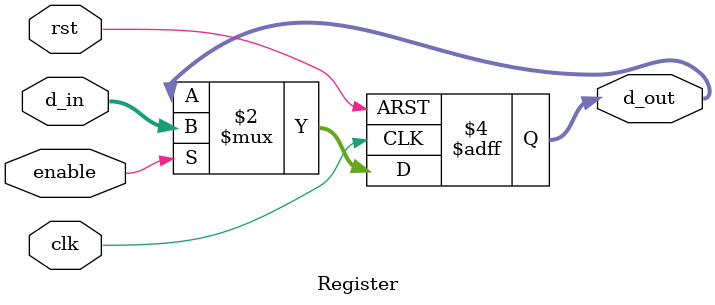
<source format=v>
module Register (
    input wire [15:0] d_in,
    input wire clk,
    input wire rst,
    input wire enable,
    output reg [15:0] d_out
);

always @(posedge clk or posedge rst) begin
    if (rst) begin
        d_out <= 16'b0;
    end else if (enable) begin
        d_out <= d_in;
    end
end
endmodule
</source>
